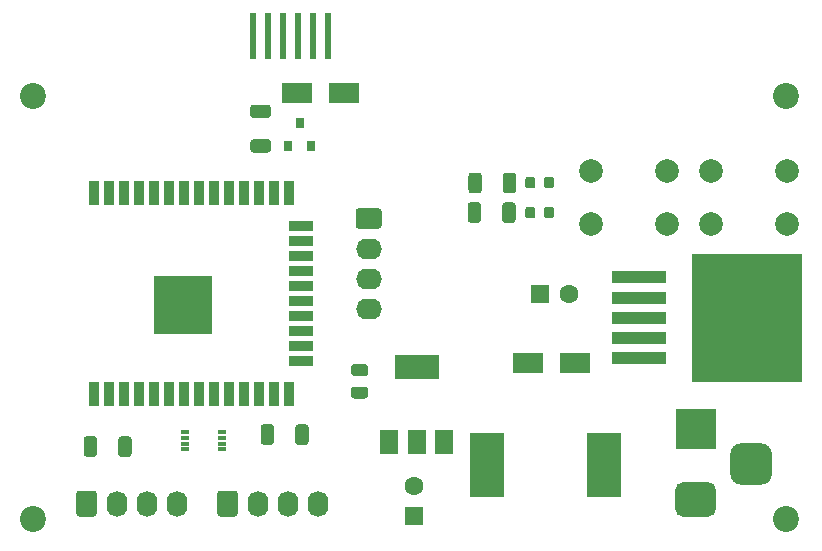
<source format=gbr>
%TF.GenerationSoftware,KiCad,Pcbnew,5.1.9+dfsg1-1*%
%TF.CreationDate,2021-11-11T20:26:25+01:00*%
%TF.ProjectId,lidar_board,6c696461-725f-4626-9f61-72642e6b6963,rev?*%
%TF.SameCoordinates,Original*%
%TF.FileFunction,Soldermask,Top*%
%TF.FilePolarity,Negative*%
%FSLAX46Y46*%
G04 Gerber Fmt 4.6, Leading zero omitted, Abs format (unit mm)*
G04 Created by KiCad (PCBNEW 5.1.9+dfsg1-1) date 2021-11-11 20:26:25*
%MOMM*%
%LPD*%
G01*
G04 APERTURE LIST*
%ADD10C,2.200000*%
%ADD11C,1.600000*%
%ADD12R,1.600000X1.600000*%
%ADD13R,2.500000X1.800000*%
%ADD14R,3.500000X3.500000*%
%ADD15O,2.190000X1.740000*%
%ADD16O,1.740000X2.190000*%
%ADD17R,0.560000X4.000000*%
%ADD18R,2.900000X5.400000*%
%ADD19R,0.800000X0.900000*%
%ADD20C,2.000000*%
%ADD21R,4.600000X1.100000*%
%ADD22R,9.400000X10.800000*%
%ADD23R,0.800000X0.300000*%
%ADD24R,3.800000X2.000000*%
%ADD25R,1.500000X2.000000*%
%ADD26R,5.000000X5.000000*%
%ADD27R,0.900000X2.000000*%
%ADD28R,2.000000X0.900000*%
G04 APERTURE END LIST*
D10*
%TO.C,REF\u002A\u002A*%
X135128000Y-77978000D03*
%TD*%
%TO.C,REF\u002A\u002A*%
X198882000Y-77978000D03*
%TD*%
%TO.C,REF\u002A\u002A*%
X135128000Y-113792000D03*
%TD*%
%TO.C,REF\u002A\u002A*%
X198882000Y-113792000D03*
%TD*%
D11*
%TO.C,C1*%
X167386000Y-111038000D03*
D12*
X167386000Y-113538000D03*
%TD*%
%TO.C,C2*%
X178054000Y-94742000D03*
D11*
X180554000Y-94742000D03*
%TD*%
%TO.C,C3*%
G36*
G01*
X162339000Y-100724000D02*
X163289000Y-100724000D01*
G75*
G02*
X163539000Y-100974000I0J-250000D01*
G01*
X163539000Y-101474000D01*
G75*
G02*
X163289000Y-101724000I-250000J0D01*
G01*
X162339000Y-101724000D01*
G75*
G02*
X162089000Y-101474000I0J250000D01*
G01*
X162089000Y-100974000D01*
G75*
G02*
X162339000Y-100724000I250000J0D01*
G01*
G37*
G36*
G01*
X162339000Y-102624000D02*
X163289000Y-102624000D01*
G75*
G02*
X163539000Y-102874000I0J-250000D01*
G01*
X163539000Y-103374000D01*
G75*
G02*
X163289000Y-103624000I-250000J0D01*
G01*
X162339000Y-103624000D01*
G75*
G02*
X162089000Y-103374000I0J250000D01*
G01*
X162089000Y-102874000D01*
G75*
G02*
X162339000Y-102624000I250000J0D01*
G01*
G37*
%TD*%
D13*
%TO.C,D1*%
X181070000Y-100584000D03*
X177070000Y-100584000D03*
%TD*%
%TO.C,PWR*%
G36*
G01*
X177704000Y-87627750D02*
X177704000Y-88140250D01*
G75*
G02*
X177485250Y-88359000I-218750J0D01*
G01*
X177047750Y-88359000D01*
G75*
G02*
X176829000Y-88140250I0J218750D01*
G01*
X176829000Y-87627750D01*
G75*
G02*
X177047750Y-87409000I218750J0D01*
G01*
X177485250Y-87409000D01*
G75*
G02*
X177704000Y-87627750I0J-218750D01*
G01*
G37*
G36*
G01*
X179279000Y-87627750D02*
X179279000Y-88140250D01*
G75*
G02*
X179060250Y-88359000I-218750J0D01*
G01*
X178622750Y-88359000D01*
G75*
G02*
X178404000Y-88140250I0J218750D01*
G01*
X178404000Y-87627750D01*
G75*
G02*
X178622750Y-87409000I218750J0D01*
G01*
X179060250Y-87409000D01*
G75*
G02*
X179279000Y-87627750I0J-218750D01*
G01*
G37*
%TD*%
%TO.C,Status*%
G36*
G01*
X179279000Y-85087750D02*
X179279000Y-85600250D01*
G75*
G02*
X179060250Y-85819000I-218750J0D01*
G01*
X178622750Y-85819000D01*
G75*
G02*
X178404000Y-85600250I0J218750D01*
G01*
X178404000Y-85087750D01*
G75*
G02*
X178622750Y-84869000I218750J0D01*
G01*
X179060250Y-84869000D01*
G75*
G02*
X179279000Y-85087750I0J-218750D01*
G01*
G37*
G36*
G01*
X177704000Y-85087750D02*
X177704000Y-85600250D01*
G75*
G02*
X177485250Y-85819000I-218750J0D01*
G01*
X177047750Y-85819000D01*
G75*
G02*
X176829000Y-85600250I0J218750D01*
G01*
X176829000Y-85087750D01*
G75*
G02*
X177047750Y-84869000I218750J0D01*
G01*
X177485250Y-84869000D01*
G75*
G02*
X177704000Y-85087750I0J-218750D01*
G01*
G37*
%TD*%
%TO.C,D4*%
X161512000Y-77724000D03*
X157512000Y-77724000D03*
%TD*%
D14*
%TO.C,J1*%
X191262000Y-106172000D03*
G36*
G01*
X192262000Y-113672000D02*
X190262000Y-113672000D01*
G75*
G02*
X189512000Y-112922000I0J750000D01*
G01*
X189512000Y-111422000D01*
G75*
G02*
X190262000Y-110672000I750000J0D01*
G01*
X192262000Y-110672000D01*
G75*
G02*
X193012000Y-111422000I0J-750000D01*
G01*
X193012000Y-112922000D01*
G75*
G02*
X192262000Y-113672000I-750000J0D01*
G01*
G37*
G36*
G01*
X196837000Y-110922000D02*
X195087000Y-110922000D01*
G75*
G02*
X194212000Y-110047000I0J875000D01*
G01*
X194212000Y-108297000D01*
G75*
G02*
X195087000Y-107422000I875000J0D01*
G01*
X196837000Y-107422000D01*
G75*
G02*
X197712000Y-108297000I0J-875000D01*
G01*
X197712000Y-110047000D01*
G75*
G02*
X196837000Y-110922000I-875000J0D01*
G01*
G37*
%TD*%
D15*
%TO.C,J2*%
X163576000Y-96012000D03*
X163576000Y-93472000D03*
X163576000Y-90932000D03*
G36*
G01*
X162730999Y-87522000D02*
X164421001Y-87522000D01*
G75*
G02*
X164671000Y-87771999I0J-249999D01*
G01*
X164671000Y-89012001D01*
G75*
G02*
X164421001Y-89262000I-249999J0D01*
G01*
X162730999Y-89262000D01*
G75*
G02*
X162481000Y-89012001I0J249999D01*
G01*
X162481000Y-87771999D01*
G75*
G02*
X162730999Y-87522000I249999J0D01*
G01*
G37*
%TD*%
%TO.C,I2C*%
G36*
G01*
X150768000Y-113367001D02*
X150768000Y-111676999D01*
G75*
G02*
X151017999Y-111427000I249999J0D01*
G01*
X152258001Y-111427000D01*
G75*
G02*
X152508000Y-111676999I0J-249999D01*
G01*
X152508000Y-113367001D01*
G75*
G02*
X152258001Y-113617000I-249999J0D01*
G01*
X151017999Y-113617000D01*
G75*
G02*
X150768000Y-113367001I0J249999D01*
G01*
G37*
D16*
X154178000Y-112522000D03*
X156718000Y-112522000D03*
X159258000Y-112522000D03*
%TD*%
%TO.C,I2C*%
G36*
G01*
X138830000Y-113367001D02*
X138830000Y-111676999D01*
G75*
G02*
X139079999Y-111427000I249999J0D01*
G01*
X140320001Y-111427000D01*
G75*
G02*
X140570000Y-111676999I0J-249999D01*
G01*
X140570000Y-113367001D01*
G75*
G02*
X140320001Y-113617000I-249999J0D01*
G01*
X139079999Y-113617000D01*
G75*
G02*
X138830000Y-113367001I0J249999D01*
G01*
G37*
X142240000Y-112522000D03*
X144780000Y-112522000D03*
X147320000Y-112522000D03*
%TD*%
D17*
%TO.C,J5*%
X158867000Y-72938000D03*
X160137000Y-72938000D03*
X157597000Y-72938000D03*
X155057000Y-72938000D03*
X153787000Y-72938000D03*
X156327000Y-72938000D03*
%TD*%
D18*
%TO.C,L1*%
X173612000Y-109220000D03*
X183512000Y-109220000D03*
%TD*%
D19*
%TO.C,Q1*%
X156784000Y-82280000D03*
X158684000Y-82280000D03*
X157734000Y-80280000D03*
%TD*%
%TO.C,R1*%
G36*
G01*
X158489000Y-106054998D02*
X158489000Y-107305002D01*
G75*
G02*
X158239002Y-107555000I-249998J0D01*
G01*
X157613998Y-107555000D01*
G75*
G02*
X157364000Y-107305002I0J249998D01*
G01*
X157364000Y-106054998D01*
G75*
G02*
X157613998Y-105805000I249998J0D01*
G01*
X158239002Y-105805000D01*
G75*
G02*
X158489000Y-106054998I0J-249998D01*
G01*
G37*
G36*
G01*
X155564000Y-106054998D02*
X155564000Y-107305002D01*
G75*
G02*
X155314002Y-107555000I-249998J0D01*
G01*
X154688998Y-107555000D01*
G75*
G02*
X154439000Y-107305002I0J249998D01*
G01*
X154439000Y-106054998D01*
G75*
G02*
X154688998Y-105805000I249998J0D01*
G01*
X155314002Y-105805000D01*
G75*
G02*
X155564000Y-106054998I0J-249998D01*
G01*
G37*
%TD*%
%TO.C,R2*%
G36*
G01*
X174890000Y-88509002D02*
X174890000Y-87258998D01*
G75*
G02*
X175139998Y-87009000I249998J0D01*
G01*
X175765002Y-87009000D01*
G75*
G02*
X176015000Y-87258998I0J-249998D01*
G01*
X176015000Y-88509002D01*
G75*
G02*
X175765002Y-88759000I-249998J0D01*
G01*
X175139998Y-88759000D01*
G75*
G02*
X174890000Y-88509002I0J249998D01*
G01*
G37*
G36*
G01*
X171965000Y-88509002D02*
X171965000Y-87258998D01*
G75*
G02*
X172214998Y-87009000I249998J0D01*
G01*
X172840002Y-87009000D01*
G75*
G02*
X173090000Y-87258998I0J-249998D01*
G01*
X173090000Y-88509002D01*
G75*
G02*
X172840002Y-88759000I-249998J0D01*
G01*
X172214998Y-88759000D01*
G75*
G02*
X171965000Y-88509002I0J249998D01*
G01*
G37*
%TD*%
%TO.C,R3*%
G36*
G01*
X142378000Y-108321002D02*
X142378000Y-107070998D01*
G75*
G02*
X142627998Y-106821000I249998J0D01*
G01*
X143253002Y-106821000D01*
G75*
G02*
X143503000Y-107070998I0J-249998D01*
G01*
X143503000Y-108321002D01*
G75*
G02*
X143253002Y-108571000I-249998J0D01*
G01*
X142627998Y-108571000D01*
G75*
G02*
X142378000Y-108321002I0J249998D01*
G01*
G37*
G36*
G01*
X139453000Y-108321002D02*
X139453000Y-107070998D01*
G75*
G02*
X139702998Y-106821000I249998J0D01*
G01*
X140328002Y-106821000D01*
G75*
G02*
X140578000Y-107070998I0J-249998D01*
G01*
X140578000Y-108321002D01*
G75*
G02*
X140328002Y-108571000I-249998J0D01*
G01*
X139702998Y-108571000D01*
G75*
G02*
X139453000Y-108321002I0J249998D01*
G01*
G37*
%TD*%
%TO.C,R4*%
G36*
G01*
X172033001Y-86000003D02*
X172033001Y-84749999D01*
G75*
G02*
X172282999Y-84500001I249998J0D01*
G01*
X172908003Y-84500001D01*
G75*
G02*
X173158001Y-84749999I0J-249998D01*
G01*
X173158001Y-86000003D01*
G75*
G02*
X172908003Y-86250001I-249998J0D01*
G01*
X172282999Y-86250001D01*
G75*
G02*
X172033001Y-86000003I0J249998D01*
G01*
G37*
G36*
G01*
X174958001Y-86000003D02*
X174958001Y-84749999D01*
G75*
G02*
X175207999Y-84500001I249998J0D01*
G01*
X175833003Y-84500001D01*
G75*
G02*
X176083001Y-84749999I0J-249998D01*
G01*
X176083001Y-86000003D01*
G75*
G02*
X175833003Y-86250001I-249998J0D01*
G01*
X175207999Y-86250001D01*
G75*
G02*
X174958001Y-86000003I0J249998D01*
G01*
G37*
%TD*%
%TO.C,R5*%
G36*
G01*
X153806998Y-78747000D02*
X155057002Y-78747000D01*
G75*
G02*
X155307000Y-78996998I0J-249998D01*
G01*
X155307000Y-79622002D01*
G75*
G02*
X155057002Y-79872000I-249998J0D01*
G01*
X153806998Y-79872000D01*
G75*
G02*
X153557000Y-79622002I0J249998D01*
G01*
X153557000Y-78996998D01*
G75*
G02*
X153806998Y-78747000I249998J0D01*
G01*
G37*
G36*
G01*
X153806998Y-81672000D02*
X155057002Y-81672000D01*
G75*
G02*
X155307000Y-81921998I0J-249998D01*
G01*
X155307000Y-82547002D01*
G75*
G02*
X155057002Y-82797000I-249998J0D01*
G01*
X153806998Y-82797000D01*
G75*
G02*
X153557000Y-82547002I0J249998D01*
G01*
X153557000Y-81921998D01*
G75*
G02*
X153806998Y-81672000I249998J0D01*
G01*
G37*
%TD*%
D20*
%TO.C,Reset*%
X188872000Y-84328000D03*
X188872000Y-88828000D03*
X182372000Y-84328000D03*
X182372000Y-88828000D03*
%TD*%
%TO.C,Boot*%
X192532000Y-88828000D03*
X192532000Y-84328000D03*
X199032000Y-88828000D03*
X199032000Y-84328000D03*
%TD*%
D21*
%TO.C,U1*%
X186503000Y-93374000D03*
X186503000Y-95074000D03*
X186503000Y-96774000D03*
X186503000Y-98474000D03*
X186503000Y-100174000D03*
D22*
X195653000Y-96774000D03*
%TD*%
D23*
%TO.C,U2*%
X148056000Y-106438000D03*
X148056000Y-106938000D03*
X148056000Y-107438000D03*
X148056000Y-107938000D03*
X151156000Y-107938000D03*
X151156000Y-107438000D03*
X151156000Y-106938000D03*
X151156000Y-106438000D03*
%TD*%
D24*
%TO.C,U3*%
X167640000Y-100990000D03*
D25*
X167640000Y-107290000D03*
X169940000Y-107290000D03*
X165340000Y-107290000D03*
%TD*%
D26*
%TO.C,U4*%
X147835000Y-95742000D03*
D27*
X140335000Y-103242000D03*
X141605000Y-103242000D03*
X142875000Y-103242000D03*
X144145000Y-103242000D03*
X145415000Y-103242000D03*
X146685000Y-103242000D03*
X147955000Y-103242000D03*
X149225000Y-103242000D03*
X150495000Y-103242000D03*
X151765000Y-103242000D03*
X153035000Y-103242000D03*
X154305000Y-103242000D03*
X155575000Y-103242000D03*
X156845000Y-103242000D03*
D28*
X157845000Y-100457000D03*
X157845000Y-99187000D03*
X157845000Y-97917000D03*
X157845000Y-96647000D03*
X157845000Y-95377000D03*
X157845000Y-94107000D03*
X157845000Y-92837000D03*
X157845000Y-91567000D03*
X157845000Y-90297000D03*
X157845000Y-89027000D03*
D27*
X156845000Y-86242000D03*
X155575000Y-86242000D03*
X154305000Y-86242000D03*
X153035000Y-86242000D03*
X151765000Y-86242000D03*
X150495000Y-86242000D03*
X149225000Y-86242000D03*
X147955000Y-86242000D03*
X146685000Y-86242000D03*
X145415000Y-86242000D03*
X144145000Y-86242000D03*
X142875000Y-86242000D03*
X141605000Y-86242000D03*
X140335000Y-86242000D03*
%TD*%
M02*

</source>
